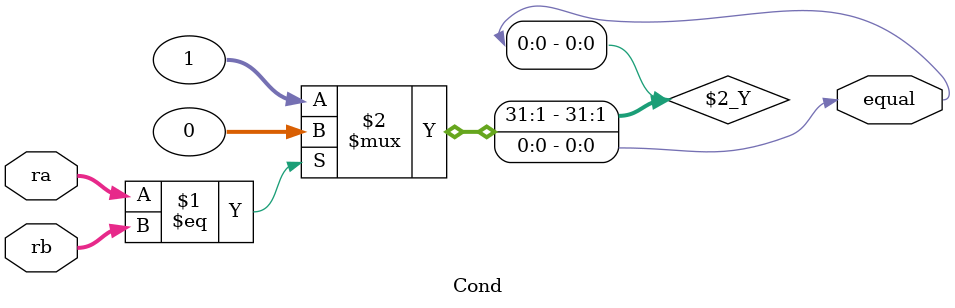
<source format=v>
`timescale 1ns / 1ps


module Cond(
    input [31:0] ra,
    input [31:0] rb,
    output equal
    );

    assign equal = (ra == rb)? 0 : 1;

endmodule

</source>
